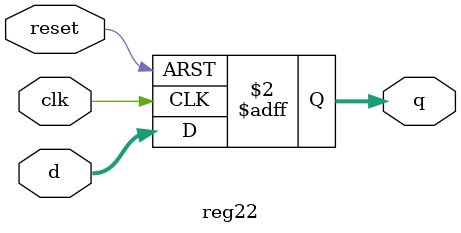
<source format=v>
module reg22 (
    input         clk,
    input         reset,         // active-high synchronous reset
    input  [21:0] d,
    output reg [21:0] q          // ACC
);
    always @(posedge clk or posedge reset) begin
        if (reset) q <= 22'd0;   // clear ACC when reset=1
        else       q <= d;       // load next value otherwise
    end
endmodule

</source>
